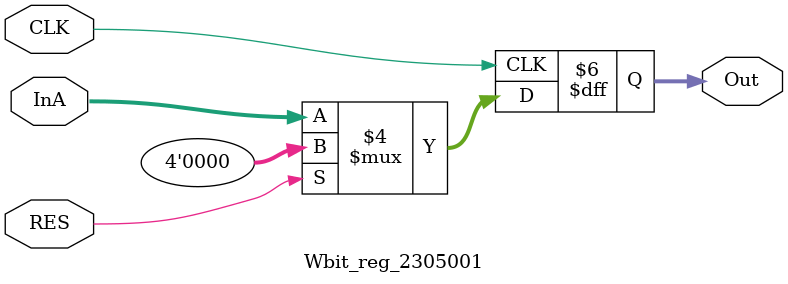
<source format=v>
module Wbit_reg_2305001 #(parameter W=4)(InA,RES,CLK,Out);
	input wire[W-1:0] InA;
	input wire 	RES,CLK;
	output reg[W-1:0] Out;
	always@(posedge CLK)
	begin
	if(RES==1)
		Out[W-1:0]=0;
	else
		Out=InA;
	end

endmodule
</source>
